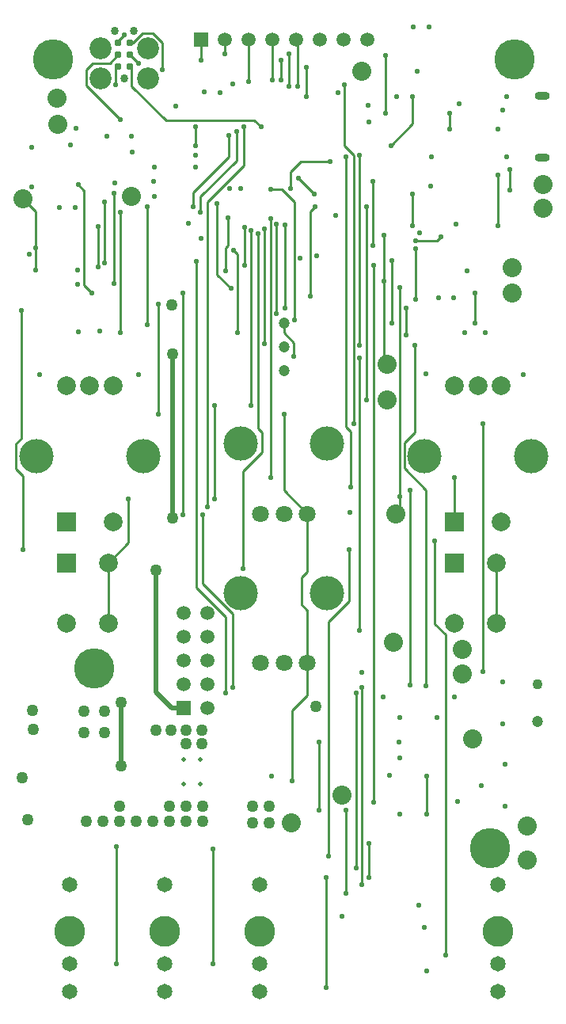
<source format=gbl>
G04*
G04 #@! TF.GenerationSoftware,Altium Limited,CircuitStudio,1.5.1 (13)*
G04*
G04 Layer_Physical_Order=4*
G04 Layer_Color=12500520*
%FSLAX44Y44*%
%MOMM*%
G71*
G01*
G75*
%ADD39C,0.5080*%
%ADD40C,0.2540*%
%ADD43C,2.0320*%
%ADD44C,4.3000*%
%ADD45O,1.6000X0.9000*%
%ADD46R,2.0000X2.0000*%
%ADD47C,2.0000*%
%ADD48R,2.0000X2.0000*%
%ADD49C,3.6619*%
%ADD50C,1.5000*%
%ADD51R,1.5000X1.5000*%
%ADD52C,0.8636*%
%ADD53C,2.3368*%
%ADD54R,1.5000X1.5000*%
%ADD55C,1.2000*%
%ADD56C,1.8001*%
%ADD57C,1.6501*%
%ADD58C,3.3000*%
%ADD59C,1.1000*%
%ADD60C,0.5080*%
%ADD61C,0.5588*%
%ADD62C,1.2700*%
%ADD83C,0.7874*%
D39*
X432562Y778002D02*
Y953008D01*
X377444Y512572D02*
Y580390D01*
X431292Y575056D02*
X443992D01*
X414784Y591564D02*
X431292Y575056D01*
X414784Y591564D02*
Y722118D01*
D40*
X372415Y301295D02*
Y427025D01*
X671068Y781812D02*
X675386Y786130D01*
Y800726D01*
X756158Y986028D02*
Y1018032D01*
X667004Y986028D02*
Y1053338D01*
X692150Y1074674D02*
X715518D01*
X639826Y903732D02*
Y1110488D01*
X632714Y657860D02*
Y949198D01*
X658504Y944998D02*
X661670Y941832D01*
X658504Y944998D02*
Y1031494D01*
X680212Y858012D02*
X691896Y869696D01*
X680212Y831088D02*
Y858012D01*
Y831088D02*
X703462Y807838D01*
X691896Y869696D02*
Y962152D01*
X724272Y310778D02*
Y653170D01*
X712978Y664464D02*
X724272Y653170D01*
X712978Y664464D02*
Y753618D01*
X599186Y667004D02*
X621030Y688848D01*
X599186Y416306D02*
Y667004D01*
X646430Y1068832D02*
Y1137412D01*
X658504Y1031494D02*
Y1079872D01*
X567182Y1141154D02*
X584132Y1124204D01*
X728590Y1193800D02*
Y1210446D01*
X331470Y1134364D02*
X337820Y1128014D01*
Y1026668D02*
Y1128014D01*
Y1026668D02*
X346456Y1018032D01*
X370078Y1028954D02*
Y1125220D01*
X388874Y1239774D02*
X425450Y1203198D01*
X519938D01*
X421894Y1256792D02*
Y1286002D01*
X411734Y1296162D02*
X421894Y1286002D01*
X339852Y1240536D02*
X376682Y1203706D01*
X456826Y1176154D02*
Y1196340D01*
X734000Y774000D02*
Y821436D01*
X537210D02*
Y1098042D01*
X576501Y720265D02*
Y782483D01*
X570484Y714248D02*
X576501Y720265D01*
X570484Y685292D02*
Y714248D01*
Y685292D02*
X576501Y679275D01*
Y622799D02*
Y679275D01*
X551502Y807482D02*
X576501Y782483D01*
X551502Y807482D02*
Y889323D01*
X576501Y588185D02*
Y622799D01*
X560578Y572262D02*
X576501Y588185D01*
X560578Y496824D02*
Y572262D01*
X374396Y1287780D02*
X381254Y1294638D01*
X374396Y1286002D02*
Y1287780D01*
X371856Y1241298D02*
Y1258062D01*
X374396Y1260602D01*
X417391Y889323D02*
Y1006416D01*
X347218Y1264158D02*
X365252D01*
X385420Y751416D02*
Y798424D01*
X792988Y1128522D02*
Y1150620D01*
X387096Y1273302D02*
X396494Y1263904D01*
X387096Y1286002D02*
X390398D01*
X400558Y1296162D01*
X411734D01*
X387096Y1260602D02*
X388874Y1258824D01*
Y1239774D02*
Y1258824D01*
X596392Y276098D02*
Y393954D01*
X475793Y301295D02*
Y423672D01*
X588772Y465328D02*
Y538226D01*
X617728Y376682D02*
Y465328D01*
X628904Y403860D02*
Y591058D01*
X635254Y386296D02*
Y597154D01*
X642874Y393954D02*
Y430022D01*
X286056Y1043178D02*
Y1066598D01*
X271018Y863092D02*
Y1000134D01*
X264922Y856996D02*
X271018Y863092D01*
X264922Y830834D02*
Y856996D01*
Y830834D02*
X272796Y822960D01*
Y743712D02*
Y822960D01*
X621030Y688848D02*
Y743712D01*
X364000Y664996D02*
Y729996D01*
X385420Y751416D01*
X779000Y664996D02*
Y729996D01*
X457708Y703834D02*
Y1052068D01*
Y703834D02*
X489204Y672338D01*
Y591058D02*
Y672338D01*
X496824Y597154D02*
Y675132D01*
X464566Y707390D02*
X496824Y675132D01*
X464566Y707390D02*
Y781304D01*
X443484D02*
X443738Y1018032D01*
X359664Y1050290D02*
Y1115822D01*
X352552Y1046734D02*
Y1089914D01*
X339852Y1240536D02*
Y1256792D01*
X347218Y1264158D01*
X365252D02*
X374396Y1273302D01*
X556582Y1239334D02*
Y1274072D01*
X780406Y1090304D02*
Y1144524D01*
X675386Y800726D02*
Y1024772D01*
X516582Y898144D02*
Y1085034D01*
X549656Y1129030D02*
X562864Y1115822D01*
Y989838D02*
Y1115822D01*
X530606Y964184D02*
Y1086612D01*
X524002Y873760D02*
Y1081532D01*
Y873760D02*
X528066Y869696D01*
Y847852D02*
Y869696D01*
X508000Y827786D02*
X528066Y847852D01*
X508000Y723900D02*
Y827786D01*
X477774Y798424D02*
Y898144D01*
X509270Y1048004D02*
Y1088898D01*
X493014Y1164082D02*
Y1186942D01*
X454660Y1125728D02*
X493014Y1164082D01*
X454660Y1110742D02*
Y1125728D01*
X500888Y1159764D02*
Y1191260D01*
X462534Y1121410D02*
X500888Y1159764D01*
X462534Y1104646D02*
Y1121410D01*
X509016Y1154938D02*
Y1196086D01*
X470154Y1116076D02*
X509016Y1154938D01*
X405638Y984250D02*
Y1110742D01*
X647954Y473964D02*
Y1048004D01*
X580136Y1014984D02*
Y1105916D01*
X584708Y1110488D01*
X376870Y975802D02*
Y1104646D01*
X470154Y790194D02*
Y1116076D01*
X689102Y1090168D02*
Y1124204D01*
X537464Y1129030D02*
X549656D01*
X704694Y461108D02*
Y502314D01*
X519938Y1203198D02*
X526982Y1196154D01*
X543814Y996188D02*
Y1092200D01*
X552958Y1002538D02*
Y1091184D01*
X681972Y973836D02*
Y1002538D01*
X551502Y976307D02*
Y986282D01*
Y976307D02*
X562356Y965454D01*
Y950468D02*
Y965454D01*
X632714Y962152D02*
Y1166114D01*
X703462Y598306D02*
Y807838D01*
X686172Y599050D02*
Y807974D01*
X623062Y811276D02*
Y870204D01*
X617728Y875538D02*
X623062Y870204D01*
X617728Y875538D02*
Y1163828D01*
X558546Y1130046D02*
Y1148080D01*
X569468Y1159002D01*
X600964D01*
X286056Y1066598D02*
Y1105864D01*
X272542Y1119378D02*
X286056Y1105864D01*
X616458Y1175512D02*
Y1240790D01*
Y1175512D02*
X626110Y1165860D01*
Y878840D02*
Y1165860D01*
X764540Y613664D02*
Y878840D01*
X715518Y1074674D02*
X719328Y1078484D01*
X489204Y1041772D02*
Y1066546D01*
X692268Y1011682D02*
Y1065920D01*
X480314Y1037844D02*
Y1114298D01*
X489204Y1066546D02*
X491582Y1068924D01*
Y1098642D01*
X502158Y976122D02*
Y1059942D01*
X497840Y1064260D02*
X502158Y1059942D01*
X480314Y1037844D02*
X495046Y1023112D01*
X565912Y1239520D02*
Y1287338D01*
X564200Y1289050D02*
X565912Y1287338D01*
X488000Y1274072D02*
Y1289050D01*
X538800Y1246500D02*
Y1289050D01*
X462600Y1267750D02*
Y1289050D01*
X513400Y1244750D02*
Y1289050D01*
X548250Y1246558D02*
Y1267750D01*
X575564Y1228598D02*
Y1260000D01*
X666115Y1176147D02*
X689238Y1199270D01*
Y1228262D01*
X660264Y1210446D02*
Y1272264D01*
D43*
X308610Y1226820D02*
D03*
X310134Y1198880D02*
D03*
X671068Y781812D02*
D03*
X661670Y903732D02*
D03*
X742188Y637032D02*
D03*
X613918Y481838D02*
D03*
X661670Y941832D02*
D03*
X742188Y611378D02*
D03*
X811530Y448818D02*
D03*
Y412496D02*
D03*
X559562Y452374D02*
D03*
X753618Y542036D02*
D03*
X829056Y1134618D02*
D03*
Y1108964D02*
D03*
X795782Y1045464D02*
D03*
Y1018032D02*
D03*
X634492Y1255776D02*
D03*
X388620Y1121410D02*
D03*
X272542Y1119378D02*
D03*
X668782Y645160D02*
D03*
D44*
X771906Y425196D02*
D03*
X348996Y616712D02*
D03*
X798200Y1268200D02*
D03*
X304800D02*
D03*
D45*
X828040Y1163340D02*
D03*
Y1229340D02*
D03*
D46*
X319000Y729996D02*
D03*
X734000D02*
D03*
D47*
X319000Y664996D02*
D03*
X364000Y729996D02*
D03*
Y664996D02*
D03*
X779000D02*
D03*
Y729996D02*
D03*
X734000Y664996D02*
D03*
X369000Y919000D02*
D03*
X344000D02*
D03*
X319000D02*
D03*
X369000Y774000D02*
D03*
X784000D02*
D03*
X734000Y919000D02*
D03*
X759000D02*
D03*
X784000D02*
D03*
D48*
X319000Y774000D02*
D03*
X734000D02*
D03*
D49*
X287000Y844000D02*
D03*
X401000D02*
D03*
X816000D02*
D03*
X702000D02*
D03*
X598002Y857485D02*
D03*
X505000D02*
D03*
Y697800D02*
D03*
X598002D02*
D03*
D50*
X640400Y1289050D02*
D03*
X615000D02*
D03*
X589600D02*
D03*
X564200D02*
D03*
X538800D02*
D03*
X513400D02*
D03*
X488000D02*
D03*
X469392Y575056D02*
D03*
X443992Y600456D02*
D03*
X469392D02*
D03*
X443992Y625856D02*
D03*
X469392D02*
D03*
X443992Y651256D02*
D03*
X469392D02*
D03*
X443992Y676656D02*
D03*
X469392D02*
D03*
D51*
X462600Y1289050D02*
D03*
D52*
X380746Y1247902D02*
D03*
X390906Y1298702D02*
D03*
X370586D02*
D03*
D53*
X355346Y1247902D02*
D03*
X406146D02*
D03*
Y1279652D02*
D03*
X355346D02*
D03*
D54*
X443992Y575056D02*
D03*
D55*
X551502Y986282D02*
D03*
Y935482D02*
D03*
Y960882D02*
D03*
X822800Y560250D02*
D03*
D56*
X576501Y782483D02*
D03*
X551502D02*
D03*
X526501D02*
D03*
Y622799D02*
D03*
X551502D02*
D03*
X576501D02*
D03*
D57*
X525780Y386296D02*
D03*
Y301295D02*
D03*
Y271295D02*
D03*
X424180D02*
D03*
Y301295D02*
D03*
Y386296D02*
D03*
X322580D02*
D03*
Y301295D02*
D03*
Y271295D02*
D03*
X780420D02*
D03*
Y301295D02*
D03*
Y386296D02*
D03*
D58*
X525780Y336296D02*
D03*
X424180D02*
D03*
X322580D02*
D03*
X780420D02*
D03*
D59*
X822800Y600250D02*
D03*
D60*
X444500Y493268D02*
D03*
Y519430D02*
D03*
X462280D02*
D03*
Y493268D02*
D03*
D61*
X372415Y427025D02*
D03*
X560578Y496824D02*
D03*
X756158Y1018032D02*
D03*
Y986028D02*
D03*
X667004D02*
D03*
Y1053338D02*
D03*
X692150Y1074674D02*
D03*
X639826Y903732D02*
D03*
X632714Y657860D02*
D03*
X691896Y962152D02*
D03*
X584708Y1110488D02*
D03*
X599186Y416306D02*
D03*
X639826Y1110488D02*
D03*
X646430Y1137412D02*
D03*
Y1068832D02*
D03*
X658504Y1031494D02*
D03*
X584132Y1124204D02*
D03*
X567182Y1141154D02*
D03*
X666108Y1176154D02*
D03*
X728590Y1193800D02*
D03*
Y1210446D02*
D03*
X660264D02*
D03*
X370958Y1136532D02*
D03*
X328794Y1109472D02*
D03*
X331470Y1134364D02*
D03*
X370078Y1125220D02*
D03*
X509270Y1088898D02*
D03*
X606806Y1101598D02*
D03*
X376682Y1203706D02*
D03*
X500888Y1191260D02*
D03*
X493014Y1186942D02*
D03*
X466734Y1233288D02*
D03*
X421894Y1256792D02*
D03*
X483734Y1232272D02*
D03*
X575564Y1228598D02*
D03*
X362306Y1185824D02*
D03*
X456826Y1196340D02*
D03*
X388484Y1185790D02*
D03*
X456946Y1165606D02*
D03*
X456826Y1176154D02*
D03*
X658504Y1079872D02*
D03*
X738632Y1220470D02*
D03*
X780542Y1193800D02*
D03*
X389518Y1168790D02*
D03*
X734000Y821436D02*
D03*
X537210D02*
D03*
Y1098042D02*
D03*
X635254Y612902D02*
D03*
X290068Y931418D02*
D03*
X396240D02*
D03*
X703580Y931926D02*
D03*
X807974Y930910D02*
D03*
X381254Y1294638D02*
D03*
X371856Y1241298D02*
D03*
X744916Y975802D02*
D03*
X766963Y975751D02*
D03*
X354417Y977813D02*
D03*
X331963Y977377D02*
D03*
X417391Y1006416D02*
D03*
Y889323D02*
D03*
X551502D02*
D03*
X681972Y1002538D02*
D03*
X396494Y1263904D02*
D03*
X376870Y975802D02*
D03*
X792988Y1128522D02*
D03*
X780406Y1090304D02*
D03*
X385420Y798424D02*
D03*
X477774D02*
D03*
X538226Y501650D02*
D03*
X747150Y1041772D02*
D03*
X792988Y1150620D02*
D03*
X704088Y293624D02*
D03*
X701802Y340360D02*
D03*
X695836Y363852D02*
D03*
X724272Y310778D02*
D03*
X596392Y276098D02*
D03*
X372415Y301295D02*
D03*
X475793D02*
D03*
Y423672D02*
D03*
X614054Y352180D02*
D03*
X588772Y465328D02*
D03*
Y538226D02*
D03*
X596392Y393954D02*
D03*
X642874D02*
D03*
X617728Y465328D02*
D03*
X628904Y403860D02*
D03*
X617728Y376682D02*
D03*
X635254Y386296D02*
D03*
X642874Y430022D02*
D03*
X712978Y753618D02*
D03*
X675230Y461108D02*
D03*
X405638Y984250D02*
D03*
X330708Y1043178D02*
D03*
Y1027430D02*
D03*
X311794Y1109726D02*
D03*
X286056Y1066598D02*
D03*
Y1043178D02*
D03*
X279048Y1060098D02*
D03*
X271018Y1000134D02*
D03*
X272796Y743712D02*
D03*
X621030D02*
D03*
X281940Y1173988D02*
D03*
Y1132078D02*
D03*
X329110Y1194382D02*
D03*
X323416Y1176856D02*
D03*
X628904Y591058D02*
D03*
X489204D02*
D03*
X457708Y1052068D02*
D03*
X562864Y989838D02*
D03*
X635254Y597154D02*
D03*
X496824D02*
D03*
X464566Y781304D02*
D03*
X443484D02*
D03*
X443738Y1018032D02*
D03*
X346456D02*
D03*
X359664Y1115822D02*
D03*
Y1050290D02*
D03*
X352552Y1089914D02*
D03*
Y1046734D02*
D03*
X556582Y1239334D02*
D03*
X565912Y1239520D02*
D03*
X780406Y1144524D02*
D03*
X496582Y1242072D02*
D03*
X436254Y1218574D02*
D03*
X412750Y1153414D02*
D03*
X412496Y1137412D02*
D03*
X412750Y1121410D02*
D03*
X456692Y1153414D02*
D03*
X622436Y783726D02*
D03*
X675386Y800726D02*
D03*
X641350Y1219454D02*
D03*
X642620Y1201674D02*
D03*
X609482Y1233052D02*
D03*
X586740Y1057910D02*
D03*
X568960Y1055624D02*
D03*
X516582Y1085034D02*
D03*
X530606Y1086612D02*
D03*
Y964184D02*
D03*
X524002Y1081532D02*
D03*
X508000Y723900D02*
D03*
X477774Y898144D02*
D03*
X516636D02*
D03*
X509016Y1196086D02*
D03*
X454660Y1110742D02*
D03*
X405638D02*
D03*
X462534Y1104646D02*
D03*
X647954Y473964D02*
D03*
X580136Y1014984D02*
D03*
X509270Y1048004D02*
D03*
X647954D02*
D03*
X376870Y1104646D02*
D03*
X449834Y1092708D02*
D03*
X470154Y790194D02*
D03*
X462788Y1076452D02*
D03*
X708152Y1132840D02*
D03*
X689102Y1124204D02*
D03*
Y1090168D02*
D03*
X537464Y1129030D02*
D03*
X704694Y502314D02*
D03*
Y461108D02*
D03*
X664210Y502920D02*
D03*
X674506Y538090D02*
D03*
X675259Y564769D02*
D03*
X715137D02*
D03*
X675513Y521335D02*
D03*
X733552Y586486D02*
D03*
X657860D02*
D03*
X558546Y1130046D02*
D03*
X526982Y1196154D02*
D03*
X552958Y1091184D02*
D03*
X543814Y1092200D02*
D03*
Y996188D02*
D03*
X552958Y1002538D02*
D03*
X562356Y950468D02*
D03*
X502158Y976122D02*
D03*
X632714Y949198D02*
D03*
X686172Y599050D02*
D03*
X703462Y598306D02*
D03*
X632714Y1166114D02*
D03*
X686172Y807974D02*
D03*
X623062Y811276D02*
D03*
X632714Y962152D02*
D03*
X681990Y973836D02*
D03*
X709168Y1164336D02*
D03*
X617728Y1163828D02*
D03*
X600964Y1159002D02*
D03*
X762356Y491846D02*
D03*
X788416Y469900D02*
D03*
Y514350D02*
D03*
X737362Y475234D02*
D03*
X764540Y613664D02*
D03*
X616458Y1240790D02*
D03*
X764540Y878840D02*
D03*
X626110D02*
D03*
X717296Y1013206D02*
D03*
X733298Y1012952D02*
D03*
X692268Y1065920D02*
D03*
X696350Y1082920D02*
D03*
X735330Y1091946D02*
D03*
X719328Y1078484D02*
D03*
X491582Y1098642D02*
D03*
X692268Y1011682D02*
D03*
X675386Y1024772D02*
D03*
X489204Y1041772D02*
D03*
X480314Y1114298D02*
D03*
X497840Y1064260D02*
D03*
X370078Y1028954D02*
D03*
X495046Y1023112D02*
D03*
X505460Y1130300D02*
D03*
X493268D02*
D03*
X785876Y1213612D02*
D03*
X789690Y1228340D02*
D03*
Y1164340D02*
D03*
X556582Y1274072D02*
D03*
X488000D02*
D03*
X538808Y1246558D02*
D03*
X513400Y1244750D02*
D03*
X462600Y1267750D02*
D03*
X548250Y1246558D02*
D03*
Y1267750D02*
D03*
X575564Y1260000D02*
D03*
X672238Y1228762D02*
D03*
X689238Y1228262D02*
D03*
X690000Y1302750D02*
D03*
X706500D02*
D03*
X660264Y1272264D02*
D03*
X693760Y1255760D02*
D03*
X785750Y602750D02*
D03*
Y557750D02*
D03*
D62*
X277622Y455168D02*
D03*
X431546Y1005840D02*
D03*
X585812Y576414D02*
D03*
X283210Y551688D02*
D03*
X282702Y572262D02*
D03*
X271272Y499872D02*
D03*
X432562Y778002D02*
D03*
Y953008D02*
D03*
X464820Y453390D02*
D03*
Y469900D02*
D03*
X447040Y550926D02*
D03*
X463550Y536956D02*
D03*
X447294D02*
D03*
X518414Y469646D02*
D03*
X536194Y452120D02*
D03*
X518414D02*
D03*
X411480Y453390D02*
D03*
X429260D02*
D03*
Y469900D02*
D03*
X447040D02*
D03*
Y453390D02*
D03*
X337566Y571500D02*
D03*
X359410D02*
D03*
X431038Y550926D02*
D03*
X393700Y453390D02*
D03*
X340360D02*
D03*
X358140D02*
D03*
X375920D02*
D03*
X463550Y550926D02*
D03*
X414782D02*
D03*
X375920Y469900D02*
D03*
X359410Y548640D02*
D03*
X337566D02*
D03*
X536194Y469646D02*
D03*
X377444Y512572D02*
D03*
Y580390D02*
D03*
X414782Y722118D02*
D03*
D83*
X387096Y1273302D02*
D03*
X374396Y1286002D02*
D03*
X387096D02*
D03*
X374396Y1273302D02*
D03*
X387096Y1260602D02*
D03*
X374396D02*
D03*
M02*

</source>
